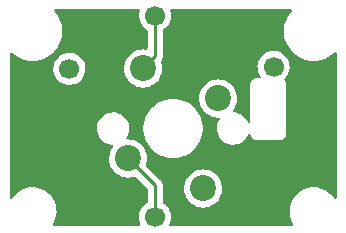
<source format=gbr>
G04 #@! TF.GenerationSoftware,KiCad,Pcbnew,(6.0.1)*
G04 #@! TF.CreationDate,2022-02-17T12:21:18-06:00*
G04 #@! TF.ProjectId,2u Hand Wire Helpers,32752048-616e-4642-9057-697265204865,rev?*
G04 #@! TF.SameCoordinates,Original*
G04 #@! TF.FileFunction,Copper,L1,Top*
G04 #@! TF.FilePolarity,Positive*
%FSLAX46Y46*%
G04 Gerber Fmt 4.6, Leading zero omitted, Abs format (unit mm)*
G04 Created by KiCad (PCBNEW (6.0.1)) date 2022-02-17 12:21:18*
%MOMM*%
%LPD*%
G01*
G04 APERTURE LIST*
G04 #@! TA.AperFunction,ComponentPad*
%ADD10C,1.700000*%
G04 #@! TD*
G04 #@! TA.AperFunction,ComponentPad*
%ADD11C,2.200000*%
G04 #@! TD*
G04 #@! TA.AperFunction,Conductor*
%ADD12C,0.250000*%
G04 #@! TD*
G04 APERTURE END LIST*
D10*
X145398000Y-103634000D03*
X145398000Y-86584000D03*
X138155625Y-91074000D03*
X155441971Y-90914000D03*
D11*
X144399000Y-91059000D03*
X150749000Y-93599000D03*
X149479000Y-101219000D03*
X143129000Y-98679000D03*
D12*
X145415000Y-86151000D02*
X145398000Y-86134000D01*
X145415000Y-102817000D02*
X145398000Y-102834000D01*
X145415000Y-86851000D02*
X145398000Y-86834000D01*
X145415000Y-100965000D02*
X145415000Y-102817000D01*
X145415000Y-102817000D02*
X145415000Y-103917000D01*
X145415000Y-90043000D02*
X144399000Y-91059000D01*
X145415000Y-103917000D02*
X145398000Y-103934000D01*
X145415000Y-89451000D02*
X145415000Y-87401400D01*
X145415000Y-87401400D02*
X145415000Y-86851000D01*
X145415000Y-89451000D02*
X145415000Y-90043000D01*
X145415000Y-89451000D02*
X145398000Y-89434000D01*
X143129000Y-98679000D02*
X145415000Y-100965000D01*
X145415000Y-87401400D02*
X145415000Y-86151000D01*
G04 #@! TA.AperFunction,NonConductor*
G36*
X144050315Y-86028002D02*
G01*
X144096808Y-86081658D01*
X144106912Y-86151932D01*
X144103613Y-86167662D01*
X144058989Y-86328570D01*
X144035251Y-86550695D01*
X144035548Y-86555848D01*
X144035548Y-86555851D01*
X144041011Y-86650590D01*
X144048110Y-86773715D01*
X144049247Y-86778761D01*
X144049248Y-86778767D01*
X144059747Y-86825352D01*
X144097222Y-86991639D01*
X144181266Y-87198616D01*
X144297987Y-87389088D01*
X144444250Y-87557938D01*
X144616126Y-87700632D01*
X144719070Y-87760787D01*
X144767794Y-87812425D01*
X144781500Y-87869575D01*
X144781500Y-89274097D01*
X144778465Y-89301583D01*
X144764137Y-89365682D01*
X144729757Y-89427799D01*
X144667251Y-89461468D01*
X144631288Y-89463808D01*
X144399000Y-89445526D01*
X144146597Y-89465391D01*
X144141790Y-89466545D01*
X144141784Y-89466546D01*
X144011036Y-89497936D01*
X143900409Y-89524495D01*
X143895838Y-89526388D01*
X143895836Y-89526389D01*
X143671072Y-89619489D01*
X143671068Y-89619491D01*
X143666498Y-89621384D01*
X143450624Y-89753672D01*
X143258102Y-89918102D01*
X143093672Y-90110624D01*
X142961384Y-90326498D01*
X142959491Y-90331068D01*
X142959489Y-90331072D01*
X142899996Y-90474702D01*
X142864495Y-90560409D01*
X142863340Y-90565221D01*
X142839696Y-90663707D01*
X142805391Y-90806597D01*
X142785526Y-91059000D01*
X142805391Y-91311403D01*
X142806545Y-91316210D01*
X142806546Y-91316216D01*
X142830457Y-91415811D01*
X142864495Y-91557591D01*
X142866388Y-91562162D01*
X142866389Y-91562164D01*
X142954995Y-91776077D01*
X142961384Y-91791502D01*
X143093672Y-92007376D01*
X143258102Y-92199898D01*
X143450624Y-92364328D01*
X143666498Y-92496616D01*
X143671068Y-92498509D01*
X143671072Y-92498511D01*
X143895836Y-92591611D01*
X143900409Y-92593505D01*
X143985032Y-92613821D01*
X144141784Y-92651454D01*
X144141790Y-92651455D01*
X144146597Y-92652609D01*
X144399000Y-92672474D01*
X144651403Y-92652609D01*
X144656210Y-92651455D01*
X144656216Y-92651454D01*
X144812968Y-92613821D01*
X144897591Y-92593505D01*
X144902164Y-92591611D01*
X145126928Y-92498511D01*
X145126932Y-92498509D01*
X145131502Y-92496616D01*
X145347376Y-92364328D01*
X145539898Y-92199898D01*
X145704328Y-92007376D01*
X145836616Y-91791502D01*
X145843006Y-91776077D01*
X145931611Y-91562164D01*
X145931612Y-91562162D01*
X145933505Y-91557591D01*
X145967543Y-91415811D01*
X145991454Y-91316216D01*
X145991455Y-91316210D01*
X145992609Y-91311403D01*
X146012474Y-91059000D01*
X145992609Y-90806597D01*
X145958305Y-90663707D01*
X145934660Y-90565221D01*
X145933505Y-90560409D01*
X145921881Y-90532345D01*
X145914293Y-90461755D01*
X145932596Y-90418875D01*
X145931587Y-90418320D01*
X145941348Y-90400566D01*
X145952199Y-90384047D01*
X145959758Y-90374301D01*
X145964614Y-90368041D01*
X145967759Y-90360772D01*
X145967762Y-90360768D01*
X145982174Y-90327463D01*
X145987391Y-90316813D01*
X146008695Y-90278060D01*
X146013733Y-90258437D01*
X146020137Y-90239734D01*
X146025033Y-90228420D01*
X146025033Y-90228419D01*
X146028181Y-90221145D01*
X146029420Y-90213322D01*
X146029423Y-90213312D01*
X146035099Y-90177476D01*
X146037505Y-90165856D01*
X146046528Y-90130711D01*
X146046528Y-90130710D01*
X146048500Y-90123030D01*
X146048500Y-90102776D01*
X146050051Y-90083065D01*
X146051980Y-90070886D01*
X146053220Y-90063057D01*
X146049059Y-90019038D01*
X146048500Y-90007181D01*
X146048500Y-89529768D01*
X146049027Y-89518585D01*
X146050702Y-89511092D01*
X146049254Y-89465003D01*
X146048562Y-89443002D01*
X146048500Y-89439044D01*
X146048500Y-87853667D01*
X146068502Y-87785546D01*
X146101331Y-87751089D01*
X146277860Y-87625173D01*
X146436096Y-87467489D01*
X146495594Y-87384689D01*
X146563435Y-87290277D01*
X146566453Y-87286077D01*
X146665430Y-87085811D01*
X146730370Y-86872069D01*
X146759529Y-86650590D01*
X146761156Y-86584000D01*
X146742852Y-86361361D01*
X146693453Y-86164695D01*
X146696257Y-86093754D01*
X146736970Y-86035591D01*
X146802665Y-86008672D01*
X146815657Y-86008000D01*
X156882435Y-86008000D01*
X156950556Y-86028002D01*
X156997049Y-86081658D01*
X157007153Y-86151932D01*
X156974285Y-86220253D01*
X156902346Y-86296860D01*
X156716816Y-86552221D01*
X156714909Y-86555690D01*
X156714907Y-86555693D01*
X156566660Y-86825352D01*
X156564753Y-86828821D01*
X156563300Y-86832490D01*
X156563298Y-86832495D01*
X156498394Y-86996425D01*
X156448557Y-87122298D01*
X156370060Y-87428025D01*
X156330500Y-87741179D01*
X156330500Y-88056821D01*
X156370060Y-88369975D01*
X156448557Y-88675702D01*
X156564753Y-88969179D01*
X156716816Y-89245779D01*
X156902346Y-89501140D01*
X157063862Y-89673137D01*
X157105804Y-89717800D01*
X157118418Y-89731233D01*
X157361625Y-89932432D01*
X157628131Y-90101562D01*
X157631710Y-90103246D01*
X157631717Y-90103250D01*
X157910144Y-90234267D01*
X157910148Y-90234269D01*
X157913734Y-90235956D01*
X157917506Y-90237182D01*
X157917507Y-90237182D01*
X157946545Y-90246617D01*
X158213928Y-90333495D01*
X158523980Y-90392641D01*
X158760162Y-90407500D01*
X158917838Y-90407500D01*
X159154020Y-90392641D01*
X159464072Y-90333495D01*
X159731455Y-90246617D01*
X159760493Y-90237182D01*
X159760494Y-90237182D01*
X159764266Y-90235956D01*
X159767852Y-90234269D01*
X159767856Y-90234267D01*
X160046283Y-90103250D01*
X160046290Y-90103246D01*
X160049869Y-90101562D01*
X160316375Y-89932432D01*
X160559582Y-89731233D01*
X160567000Y-89723334D01*
X160574151Y-89715719D01*
X160635364Y-89679754D01*
X160706304Y-89682593D01*
X160764448Y-89723334D01*
X160791335Y-89789042D01*
X160792000Y-89801973D01*
X160792000Y-101985823D01*
X160771998Y-102053944D01*
X160718342Y-102100437D01*
X160648068Y-102110541D01*
X160583488Y-102081047D01*
X160561541Y-102056281D01*
X160522975Y-101999104D01*
X160445333Y-101883995D01*
X160255037Y-101672650D01*
X160037180Y-101489846D01*
X159796002Y-101339141D01*
X159536196Y-101223469D01*
X159262821Y-101145079D01*
X159258467Y-101144467D01*
X159258462Y-101144466D01*
X159084833Y-101120065D01*
X158981196Y-101105500D01*
X158767982Y-101105500D01*
X158765796Y-101105653D01*
X158765792Y-101105653D01*
X158559685Y-101120065D01*
X158559680Y-101120066D01*
X158555300Y-101120372D01*
X158277123Y-101179501D01*
X158272994Y-101181004D01*
X158272990Y-101181005D01*
X158014026Y-101275260D01*
X158014022Y-101275262D01*
X158009881Y-101276769D01*
X158005991Y-101278837D01*
X158005985Y-101278840D01*
X157762670Y-101408213D01*
X157762664Y-101408217D01*
X157758778Y-101410283D01*
X157755218Y-101412870D01*
X157755214Y-101412872D01*
X157532262Y-101574855D01*
X157528699Y-101577444D01*
X157525535Y-101580500D01*
X157525532Y-101580502D01*
X157327290Y-101771943D01*
X157327286Y-101771947D01*
X157324125Y-101775000D01*
X157149035Y-101999104D01*
X157117373Y-102053944D01*
X157077089Y-102123719D01*
X157006839Y-102245395D01*
X157005189Y-102249479D01*
X157005186Y-102249485D01*
X156938329Y-102414963D01*
X156900304Y-102509079D01*
X156899240Y-102513348D01*
X156899239Y-102513350D01*
X156868397Y-102637051D01*
X156831503Y-102785024D01*
X156831044Y-102789392D01*
X156831043Y-102789397D01*
X156813041Y-102960680D01*
X156801776Y-103067859D01*
X156801929Y-103072247D01*
X156801929Y-103072253D01*
X156806745Y-103210141D01*
X156811701Y-103352078D01*
X156812463Y-103356401D01*
X156812464Y-103356408D01*
X156816372Y-103378570D01*
X156861085Y-103632150D01*
X156862440Y-103636321D01*
X156862442Y-103636328D01*
X156908000Y-103776540D01*
X156948967Y-103902623D01*
X156950895Y-103906576D01*
X156950897Y-103906581D01*
X157006793Y-104021184D01*
X157073637Y-104158233D01*
X157076096Y-104161878D01*
X157098802Y-104195542D01*
X157120312Y-104263202D01*
X157101828Y-104331750D01*
X157049218Y-104379423D01*
X156994343Y-104392000D01*
X146741635Y-104392000D01*
X146673514Y-104371998D01*
X146627021Y-104318342D01*
X146616917Y-104248068D01*
X146628678Y-104210173D01*
X146654348Y-104158233D01*
X146665430Y-104135811D01*
X146730370Y-103922069D01*
X146759529Y-103700590D01*
X146761156Y-103634000D01*
X146742852Y-103411361D01*
X146688431Y-103194702D01*
X146599354Y-102989840D01*
X146555202Y-102921592D01*
X146480822Y-102806617D01*
X146480820Y-102806614D01*
X146478014Y-102802277D01*
X146327670Y-102637051D01*
X146323619Y-102633852D01*
X146323615Y-102633848D01*
X146156414Y-102501800D01*
X146156410Y-102501798D01*
X146152359Y-102498598D01*
X146113607Y-102477206D01*
X146063636Y-102426773D01*
X146048500Y-102366897D01*
X146048500Y-101219000D01*
X147865526Y-101219000D01*
X147885391Y-101471403D01*
X147886545Y-101476210D01*
X147886546Y-101476216D01*
X147910227Y-101574855D01*
X147944495Y-101717591D01*
X147946388Y-101722162D01*
X147946389Y-101722164D01*
X148013422Y-101883995D01*
X148041384Y-101951502D01*
X148173672Y-102167376D01*
X148338102Y-102359898D01*
X148341858Y-102363106D01*
X148361130Y-102379566D01*
X148530624Y-102524328D01*
X148746498Y-102656616D01*
X148751068Y-102658509D01*
X148751072Y-102658511D01*
X148975836Y-102751611D01*
X148980409Y-102753505D01*
X149059117Y-102772401D01*
X149221784Y-102811454D01*
X149221790Y-102811455D01*
X149226597Y-102812609D01*
X149479000Y-102832474D01*
X149731403Y-102812609D01*
X149736210Y-102811455D01*
X149736216Y-102811454D01*
X149898883Y-102772401D01*
X149977591Y-102753505D01*
X149982164Y-102751611D01*
X150206928Y-102658511D01*
X150206932Y-102658509D01*
X150211502Y-102656616D01*
X150427376Y-102524328D01*
X150596870Y-102379566D01*
X150616142Y-102363106D01*
X150619898Y-102359898D01*
X150784328Y-102167376D01*
X150916616Y-101951502D01*
X150944579Y-101883995D01*
X151011611Y-101722164D01*
X151011612Y-101722162D01*
X151013505Y-101717591D01*
X151047773Y-101574855D01*
X151071454Y-101476216D01*
X151071455Y-101476210D01*
X151072609Y-101471403D01*
X151092474Y-101219000D01*
X151072609Y-100966597D01*
X151070309Y-100957014D01*
X151032333Y-100798832D01*
X151013505Y-100720409D01*
X150984742Y-100650968D01*
X150918511Y-100491072D01*
X150918509Y-100491068D01*
X150916616Y-100486498D01*
X150784328Y-100270624D01*
X150619898Y-100078102D01*
X150427376Y-99913672D01*
X150211502Y-99781384D01*
X150206932Y-99779491D01*
X150206928Y-99779489D01*
X149982164Y-99686389D01*
X149982162Y-99686388D01*
X149977591Y-99684495D01*
X149892968Y-99664179D01*
X149736216Y-99626546D01*
X149736210Y-99626545D01*
X149731403Y-99625391D01*
X149479000Y-99605526D01*
X149226597Y-99625391D01*
X149221790Y-99626545D01*
X149221784Y-99626546D01*
X149065032Y-99664179D01*
X148980409Y-99684495D01*
X148975838Y-99686388D01*
X148975836Y-99686389D01*
X148751072Y-99779489D01*
X148751068Y-99779491D01*
X148746498Y-99781384D01*
X148530624Y-99913672D01*
X148338102Y-100078102D01*
X148173672Y-100270624D01*
X148041384Y-100486498D01*
X148039491Y-100491068D01*
X148039489Y-100491072D01*
X147973258Y-100650968D01*
X147944495Y-100720409D01*
X147925667Y-100798832D01*
X147887692Y-100957014D01*
X147885391Y-100966597D01*
X147865526Y-101219000D01*
X146048500Y-101219000D01*
X146048500Y-101043767D01*
X146049027Y-101032584D01*
X146050702Y-101025091D01*
X146048562Y-100957014D01*
X146048500Y-100953055D01*
X146048500Y-100925144D01*
X146047995Y-100921144D01*
X146047062Y-100909301D01*
X146045922Y-100873029D01*
X146045673Y-100865110D01*
X146040022Y-100845658D01*
X146036014Y-100826306D01*
X146034467Y-100814063D01*
X146033474Y-100806203D01*
X146030556Y-100798832D01*
X146017200Y-100765097D01*
X146013355Y-100753870D01*
X146003633Y-100720409D01*
X146001018Y-100711407D01*
X145996984Y-100704585D01*
X145996981Y-100704579D01*
X145990706Y-100693968D01*
X145982010Y-100676218D01*
X145977472Y-100664756D01*
X145977469Y-100664751D01*
X145974552Y-100657383D01*
X145948573Y-100621625D01*
X145942057Y-100611707D01*
X145923575Y-100580457D01*
X145919542Y-100573637D01*
X145905218Y-100559313D01*
X145892376Y-100544278D01*
X145880472Y-100527893D01*
X145846406Y-100499711D01*
X145837627Y-100491722D01*
X144682030Y-99336125D01*
X144648004Y-99273813D01*
X144654715Y-99198815D01*
X144661612Y-99182163D01*
X144661615Y-99182154D01*
X144663505Y-99177591D01*
X144722609Y-98931403D01*
X144742474Y-98679000D01*
X144722609Y-98426597D01*
X144702600Y-98343250D01*
X144664660Y-98185221D01*
X144663505Y-98180409D01*
X144661611Y-98175836D01*
X144568511Y-97951072D01*
X144568509Y-97951068D01*
X144566616Y-97946498D01*
X144434328Y-97730624D01*
X144269898Y-97538102D01*
X144077376Y-97373672D01*
X143861502Y-97241384D01*
X143856932Y-97239491D01*
X143856928Y-97239489D01*
X143632164Y-97146389D01*
X143632162Y-97146388D01*
X143627591Y-97144495D01*
X143542968Y-97124179D01*
X143386216Y-97086546D01*
X143386210Y-97086545D01*
X143381403Y-97085391D01*
X143129000Y-97065526D01*
X143124070Y-97065914D01*
X143124065Y-97065914D01*
X143122985Y-97065999D01*
X143122580Y-97065914D01*
X143119114Y-97065914D01*
X143119114Y-97065186D01*
X143053505Y-97051401D01*
X143002947Y-97001558D01*
X142987362Y-96932293D01*
X143012012Y-96865175D01*
X143017754Y-96857458D01*
X143025713Y-96841805D01*
X143102176Y-96691412D01*
X143122240Y-96651949D01*
X143125685Y-96640856D01*
X143189024Y-96436871D01*
X143190607Y-96431773D01*
X143191308Y-96426484D01*
X143208493Y-96296821D01*
X144430500Y-96296821D01*
X144470060Y-96609975D01*
X144548557Y-96915702D01*
X144550010Y-96919371D01*
X144550010Y-96919372D01*
X144660279Y-97197878D01*
X144664753Y-97209179D01*
X144666659Y-97212647D01*
X144666660Y-97212648D01*
X144800603Y-97456287D01*
X144816816Y-97485779D01*
X145002346Y-97741140D01*
X145181577Y-97932001D01*
X145199486Y-97951072D01*
X145218418Y-97971233D01*
X145461625Y-98172432D01*
X145728131Y-98341562D01*
X145731710Y-98343246D01*
X145731717Y-98343250D01*
X146010144Y-98474267D01*
X146010148Y-98474269D01*
X146013734Y-98475956D01*
X146313928Y-98573495D01*
X146623980Y-98632641D01*
X146860162Y-98647500D01*
X147017838Y-98647500D01*
X147254020Y-98632641D01*
X147564072Y-98573495D01*
X147864266Y-98475956D01*
X147867852Y-98474269D01*
X147867856Y-98474267D01*
X148146283Y-98343250D01*
X148146290Y-98343246D01*
X148149869Y-98341562D01*
X148416375Y-98172432D01*
X148659582Y-97971233D01*
X148678515Y-97951072D01*
X148696423Y-97932001D01*
X148875654Y-97741140D01*
X149061184Y-97485779D01*
X149077398Y-97456287D01*
X149211340Y-97212648D01*
X149211341Y-97212647D01*
X149213247Y-97209179D01*
X149217722Y-97197878D01*
X149327990Y-96919372D01*
X149327990Y-96919371D01*
X149329443Y-96915702D01*
X149407940Y-96609975D01*
X149447500Y-96296821D01*
X149447500Y-95981179D01*
X149407940Y-95668025D01*
X149329443Y-95362298D01*
X149279270Y-95235576D01*
X149214702Y-95072495D01*
X149214700Y-95072490D01*
X149213247Y-95068821D01*
X149195542Y-95036616D01*
X149063093Y-94795693D01*
X149063091Y-94795690D01*
X149061184Y-94792221D01*
X148875654Y-94536860D01*
X148682810Y-94331502D01*
X148662297Y-94309658D01*
X148662296Y-94309657D01*
X148659582Y-94306767D01*
X148416375Y-94105568D01*
X148149869Y-93936438D01*
X148146290Y-93934754D01*
X148146283Y-93934750D01*
X147867856Y-93803733D01*
X147867852Y-93803731D01*
X147864266Y-93802044D01*
X147564072Y-93704505D01*
X147254020Y-93645359D01*
X147017838Y-93630500D01*
X146860162Y-93630500D01*
X146623980Y-93645359D01*
X146313928Y-93704505D01*
X146013734Y-93802044D01*
X146010148Y-93803731D01*
X146010144Y-93803733D01*
X145731717Y-93934750D01*
X145731710Y-93934754D01*
X145728131Y-93936438D01*
X145461625Y-94105568D01*
X145218418Y-94306767D01*
X145215704Y-94309657D01*
X145215703Y-94309658D01*
X145195190Y-94331502D01*
X145002346Y-94536860D01*
X144816816Y-94792221D01*
X144814909Y-94795690D01*
X144814907Y-94795693D01*
X144682458Y-95036616D01*
X144664753Y-95068821D01*
X144663300Y-95072490D01*
X144663298Y-95072495D01*
X144598730Y-95235576D01*
X144548557Y-95362298D01*
X144470060Y-95668025D01*
X144430500Y-95981179D01*
X144430500Y-96296821D01*
X143208493Y-96296821D01*
X143220198Y-96208511D01*
X143220198Y-96208506D01*
X143220898Y-96203226D01*
X143212249Y-95972842D01*
X143164907Y-95747209D01*
X143080224Y-95532779D01*
X142960623Y-95335683D01*
X142957126Y-95331653D01*
X142813023Y-95165588D01*
X142813021Y-95165586D01*
X142809523Y-95161555D01*
X142767970Y-95127484D01*
X142635373Y-95018760D01*
X142635367Y-95018756D01*
X142631245Y-95015376D01*
X142626609Y-95012737D01*
X142626606Y-95012735D01*
X142440697Y-94906910D01*
X142430886Y-94901325D01*
X142214175Y-94822663D01*
X142208926Y-94821714D01*
X142208923Y-94821713D01*
X141991392Y-94782377D01*
X141991385Y-94782376D01*
X141987308Y-94781639D01*
X141969586Y-94780803D01*
X141964644Y-94780570D01*
X141964637Y-94780570D01*
X141963156Y-94780500D01*
X141801110Y-94780500D01*
X141734191Y-94786178D01*
X141634591Y-94794629D01*
X141634587Y-94794630D01*
X141629280Y-94795080D01*
X141624125Y-94796418D01*
X141624119Y-94796419D01*
X141411297Y-94851657D01*
X141411293Y-94851658D01*
X141406128Y-94852999D01*
X141401262Y-94855191D01*
X141401259Y-94855192D01*
X141292980Y-94903968D01*
X141195925Y-94947688D01*
X141004681Y-95076441D01*
X140837865Y-95235576D01*
X140700246Y-95420542D01*
X140595760Y-95626051D01*
X140594178Y-95631145D01*
X140594177Y-95631148D01*
X140532115Y-95831020D01*
X140527393Y-95846227D01*
X140526692Y-95851516D01*
X140511304Y-95967623D01*
X140497102Y-96074774D01*
X140505751Y-96305158D01*
X140553093Y-96530791D01*
X140555051Y-96535750D01*
X140555052Y-96535752D01*
X140633800Y-96735152D01*
X140637776Y-96745221D01*
X140640543Y-96749780D01*
X140640544Y-96749783D01*
X140705883Y-96857458D01*
X140757377Y-96942317D01*
X140760874Y-96946347D01*
X140901151Y-97108002D01*
X140908477Y-97116445D01*
X140912608Y-97119832D01*
X141082627Y-97259240D01*
X141082633Y-97259244D01*
X141086755Y-97262624D01*
X141091391Y-97265263D01*
X141091394Y-97265265D01*
X141200422Y-97327327D01*
X141287114Y-97376675D01*
X141503825Y-97455337D01*
X141509074Y-97456286D01*
X141509077Y-97456287D01*
X141726608Y-97495623D01*
X141726615Y-97495624D01*
X141730692Y-97496361D01*
X141754844Y-97497500D01*
X141754815Y-97498117D01*
X141820232Y-97519055D01*
X141865415Y-97573818D01*
X141873818Y-97644316D01*
X141845381Y-97705206D01*
X141823672Y-97730624D01*
X141691384Y-97946498D01*
X141689491Y-97951068D01*
X141689489Y-97951072D01*
X141596389Y-98175836D01*
X141594495Y-98180409D01*
X141593340Y-98185221D01*
X141555401Y-98343250D01*
X141535391Y-98426597D01*
X141515526Y-98679000D01*
X141535391Y-98931403D01*
X141594495Y-99177591D01*
X141596388Y-99182162D01*
X141596389Y-99182164D01*
X141635503Y-99276592D01*
X141691384Y-99411502D01*
X141823672Y-99627376D01*
X141988102Y-99819898D01*
X142180624Y-99984328D01*
X142396498Y-100116616D01*
X142401068Y-100118509D01*
X142401072Y-100118511D01*
X142609188Y-100204715D01*
X142630409Y-100213505D01*
X142707568Y-100232029D01*
X142871784Y-100271454D01*
X142871790Y-100271455D01*
X142876597Y-100272609D01*
X143129000Y-100292474D01*
X143381403Y-100272609D01*
X143386210Y-100271455D01*
X143386216Y-100271454D01*
X143550432Y-100232029D01*
X143627591Y-100213505D01*
X143648812Y-100204715D01*
X143719402Y-100197126D01*
X143786125Y-100232029D01*
X144744595Y-101190499D01*
X144778621Y-101252811D01*
X144781500Y-101279594D01*
X144781500Y-102346842D01*
X144761498Y-102414963D01*
X144713682Y-102458604D01*
X144671607Y-102480507D01*
X144492965Y-102614635D01*
X144489393Y-102618373D01*
X144360258Y-102753505D01*
X144338629Y-102776138D01*
X144212743Y-102960680D01*
X144118688Y-103163305D01*
X144058989Y-103378570D01*
X144035251Y-103600695D01*
X144035548Y-103605848D01*
X144035548Y-103605851D01*
X144041011Y-103700590D01*
X144048110Y-103823715D01*
X144049247Y-103828761D01*
X144049248Y-103828767D01*
X144064949Y-103898434D01*
X144097222Y-104041639D01*
X144142961Y-104154281D01*
X144169076Y-104218596D01*
X144176172Y-104289237D01*
X144143950Y-104352501D01*
X144082640Y-104388301D01*
X144052333Y-104392000D01*
X136881903Y-104392000D01*
X136813782Y-104371998D01*
X136767289Y-104318342D01*
X136757185Y-104248068D01*
X136772784Y-104203000D01*
X136868956Y-104036425D01*
X136868959Y-104036420D01*
X136871161Y-104032605D01*
X136872811Y-104028521D01*
X136872814Y-104028515D01*
X136976047Y-103773002D01*
X136977696Y-103768921D01*
X137046497Y-103492976D01*
X137058522Y-103378570D01*
X137075765Y-103214510D01*
X137075765Y-103214507D01*
X137076224Y-103210141D01*
X137076071Y-103205747D01*
X137066453Y-102930319D01*
X137066452Y-102930313D01*
X137066299Y-102925922D01*
X137049754Y-102832086D01*
X137017677Y-102650173D01*
X137016915Y-102645850D01*
X137015560Y-102641679D01*
X137015558Y-102641672D01*
X136930394Y-102379566D01*
X136929033Y-102375377D01*
X136921484Y-102359898D01*
X136829417Y-102171135D01*
X136804363Y-102119767D01*
X136801908Y-102116128D01*
X136801905Y-102116122D01*
X136647792Y-101887641D01*
X136645333Y-101883995D01*
X136455037Y-101672650D01*
X136237180Y-101489846D01*
X135996002Y-101339141D01*
X135736196Y-101223469D01*
X135462821Y-101145079D01*
X135458467Y-101144467D01*
X135458462Y-101144466D01*
X135284833Y-101120065D01*
X135181196Y-101105500D01*
X134967982Y-101105500D01*
X134965796Y-101105653D01*
X134965792Y-101105653D01*
X134759685Y-101120065D01*
X134759680Y-101120066D01*
X134755300Y-101120372D01*
X134477123Y-101179501D01*
X134472994Y-101181004D01*
X134472990Y-101181005D01*
X134214026Y-101275260D01*
X134214022Y-101275262D01*
X134209881Y-101276769D01*
X134205991Y-101278837D01*
X134205985Y-101278840D01*
X133962670Y-101408213D01*
X133962664Y-101408217D01*
X133958778Y-101410283D01*
X133955218Y-101412870D01*
X133955214Y-101412872D01*
X133732262Y-101574855D01*
X133728699Y-101577444D01*
X133725535Y-101580500D01*
X133725532Y-101580502D01*
X133527290Y-101771943D01*
X133527286Y-101771947D01*
X133524125Y-101775000D01*
X133349035Y-101999104D01*
X133343119Y-102009351D01*
X133291737Y-102058344D01*
X133222024Y-102071781D01*
X133156113Y-102045394D01*
X133114930Y-101987563D01*
X133108000Y-101946351D01*
X133108000Y-93599000D01*
X149135526Y-93599000D01*
X149155391Y-93851403D01*
X149156545Y-93856210D01*
X149156546Y-93856216D01*
X149175806Y-93936438D01*
X149214495Y-94097591D01*
X149216388Y-94102162D01*
X149216389Y-94102164D01*
X149300093Y-94304242D01*
X149311384Y-94331502D01*
X149443672Y-94547376D01*
X149608102Y-94739898D01*
X149800624Y-94904328D01*
X150016498Y-95036616D01*
X150021068Y-95038509D01*
X150021072Y-95038511D01*
X150245836Y-95131611D01*
X150250409Y-95133505D01*
X150335032Y-95153821D01*
X150491784Y-95191454D01*
X150491790Y-95191455D01*
X150496597Y-95192609D01*
X150749000Y-95212474D01*
X150753930Y-95212086D01*
X150753935Y-95212086D01*
X150755015Y-95212001D01*
X150755420Y-95212086D01*
X150758886Y-95212086D01*
X150758886Y-95212814D01*
X150824495Y-95226599D01*
X150875053Y-95276442D01*
X150890638Y-95345707D01*
X150865988Y-95412825D01*
X150860246Y-95420542D01*
X150755760Y-95626051D01*
X150754178Y-95631145D01*
X150754177Y-95631148D01*
X150692115Y-95831020D01*
X150687393Y-95846227D01*
X150686692Y-95851516D01*
X150671304Y-95967623D01*
X150657102Y-96074774D01*
X150665751Y-96305158D01*
X150713093Y-96530791D01*
X150715051Y-96535750D01*
X150715052Y-96535752D01*
X150793800Y-96735152D01*
X150797776Y-96745221D01*
X150800543Y-96749780D01*
X150800544Y-96749783D01*
X150865883Y-96857458D01*
X150917377Y-96942317D01*
X150920874Y-96946347D01*
X151061151Y-97108002D01*
X151068477Y-97116445D01*
X151072608Y-97119832D01*
X151242627Y-97259240D01*
X151242633Y-97259244D01*
X151246755Y-97262624D01*
X151251391Y-97265263D01*
X151251394Y-97265265D01*
X151360422Y-97327327D01*
X151447114Y-97376675D01*
X151663825Y-97455337D01*
X151669074Y-97456286D01*
X151669077Y-97456287D01*
X151886608Y-97495623D01*
X151886615Y-97495624D01*
X151890692Y-97496361D01*
X151908414Y-97497197D01*
X151913356Y-97497430D01*
X151913363Y-97497430D01*
X151914844Y-97497500D01*
X152076890Y-97497500D01*
X152143809Y-97491822D01*
X152243409Y-97483371D01*
X152243413Y-97483370D01*
X152248720Y-97482920D01*
X152253875Y-97481582D01*
X152253881Y-97481581D01*
X152466703Y-97426343D01*
X152466707Y-97426342D01*
X152471872Y-97425001D01*
X152476738Y-97422809D01*
X152476741Y-97422808D01*
X152677202Y-97332507D01*
X152682075Y-97330312D01*
X152873319Y-97201559D01*
X153040135Y-97042424D01*
X153083521Y-96984112D01*
X153149131Y-96895929D01*
X153177754Y-96857458D01*
X153185713Y-96841805D01*
X153267065Y-96681796D01*
X153315768Y-96630138D01*
X153384668Y-96613011D01*
X153451890Y-96635853D01*
X153496091Y-96691412D01*
X153504109Y-96721037D01*
X153506131Y-96735152D01*
X153507405Y-96744045D01*
X153518021Y-96767395D01*
X153524464Y-96784907D01*
X153531512Y-96809565D01*
X153547274Y-96834548D01*
X153555404Y-96849614D01*
X153567633Y-96876510D01*
X153584374Y-96895939D01*
X153595479Y-96910947D01*
X153609160Y-96932631D01*
X153615888Y-96938573D01*
X153631296Y-96952181D01*
X153643340Y-96964373D01*
X153662619Y-96986747D01*
X153670147Y-96991626D01*
X153670150Y-96991629D01*
X153684139Y-97000696D01*
X153699013Y-97011986D01*
X153718228Y-97028956D01*
X153726354Y-97032771D01*
X153726355Y-97032772D01*
X153732021Y-97035432D01*
X153744966Y-97041510D01*
X153759935Y-97049824D01*
X153784727Y-97065893D01*
X153801650Y-97070954D01*
X153809290Y-97073239D01*
X153826736Y-97079901D01*
X153849948Y-97090799D01*
X153879130Y-97095343D01*
X153895849Y-97099126D01*
X153915536Y-97105014D01*
X153915539Y-97105015D01*
X153924141Y-97107587D01*
X153933116Y-97107642D01*
X153933117Y-97107642D01*
X153939810Y-97107683D01*
X153958556Y-97107797D01*
X153959328Y-97107830D01*
X153960423Y-97108000D01*
X153991298Y-97108000D01*
X153992068Y-97108002D01*
X154065716Y-97108452D01*
X154065717Y-97108452D01*
X154069652Y-97108476D01*
X154070996Y-97108092D01*
X154072341Y-97108000D01*
X155991298Y-97108000D01*
X155992069Y-97108002D01*
X156069652Y-97108476D01*
X156078281Y-97106010D01*
X156078286Y-97106009D01*
X156098048Y-97100361D01*
X156114809Y-97096783D01*
X156135152Y-97093870D01*
X156135162Y-97093867D01*
X156144045Y-97092595D01*
X156167395Y-97081979D01*
X156184907Y-97075536D01*
X156200937Y-97070954D01*
X156209565Y-97068488D01*
X156234548Y-97052726D01*
X156249614Y-97044596D01*
X156276510Y-97032367D01*
X156295939Y-97015626D01*
X156310947Y-97004521D01*
X156325039Y-96995630D01*
X156332631Y-96990840D01*
X156352182Y-96968703D01*
X156364374Y-96956659D01*
X156379949Y-96943239D01*
X156379950Y-96943237D01*
X156386747Y-96937381D01*
X156391626Y-96929853D01*
X156391629Y-96929850D01*
X156400696Y-96915861D01*
X156411986Y-96900987D01*
X156423012Y-96888502D01*
X156428956Y-96881772D01*
X156441510Y-96855034D01*
X156449824Y-96840065D01*
X156465893Y-96815273D01*
X156473239Y-96790709D01*
X156479901Y-96773264D01*
X156486983Y-96758179D01*
X156490799Y-96750052D01*
X156495343Y-96720870D01*
X156499126Y-96704151D01*
X156505014Y-96684464D01*
X156505015Y-96684461D01*
X156507587Y-96675859D01*
X156507797Y-96641444D01*
X156507830Y-96640672D01*
X156508000Y-96639577D01*
X156508000Y-96608702D01*
X156508002Y-96607932D01*
X156508452Y-96534284D01*
X156508452Y-96534283D01*
X156508476Y-96530348D01*
X156508092Y-96529004D01*
X156508000Y-96527659D01*
X156508000Y-92408702D01*
X156508002Y-92407932D01*
X156508304Y-92358546D01*
X156508476Y-92330348D01*
X156506010Y-92321719D01*
X156506009Y-92321714D01*
X156500361Y-92301952D01*
X156496783Y-92285191D01*
X156493870Y-92264848D01*
X156493867Y-92264838D01*
X156492595Y-92255955D01*
X156481979Y-92232605D01*
X156475536Y-92215093D01*
X156470954Y-92199063D01*
X156468488Y-92190435D01*
X156452726Y-92165452D01*
X156444596Y-92150386D01*
X156432367Y-92123490D01*
X156415626Y-92104061D01*
X156404521Y-92089053D01*
X156395630Y-92074960D01*
X156395628Y-92074957D01*
X156390840Y-92067369D01*
X156384112Y-92061427D01*
X156382089Y-92059050D01*
X156353171Y-91994210D01*
X156363899Y-91924028D01*
X156389103Y-91888136D01*
X156476406Y-91801137D01*
X156480067Y-91797489D01*
X156498787Y-91771438D01*
X156607406Y-91620277D01*
X156610424Y-91616077D01*
X156628031Y-91580453D01*
X156707107Y-91420453D01*
X156707108Y-91420451D01*
X156709401Y-91415811D01*
X156754077Y-91268767D01*
X156772836Y-91207023D01*
X156772836Y-91207021D01*
X156774341Y-91202069D01*
X156803500Y-90980590D01*
X156805127Y-90914000D01*
X156786823Y-90691361D01*
X156732402Y-90474702D01*
X156643325Y-90269840D01*
X156576055Y-90165856D01*
X156524793Y-90086617D01*
X156524791Y-90086614D01*
X156521985Y-90082277D01*
X156371641Y-89917051D01*
X156367590Y-89913852D01*
X156367586Y-89913848D01*
X156200385Y-89781800D01*
X156200381Y-89781798D01*
X156196330Y-89778598D01*
X156000760Y-89670638D01*
X155995891Y-89668914D01*
X155995887Y-89668912D01*
X155795058Y-89597795D01*
X155795054Y-89597794D01*
X155790183Y-89596069D01*
X155785090Y-89595162D01*
X155785087Y-89595161D01*
X155575344Y-89557800D01*
X155575338Y-89557799D01*
X155570255Y-89556894D01*
X155496423Y-89555992D01*
X155352052Y-89554228D01*
X155352050Y-89554228D01*
X155346882Y-89554165D01*
X155126062Y-89587955D01*
X154913727Y-89657357D01*
X154883414Y-89673137D01*
X154720788Y-89757795D01*
X154715578Y-89760507D01*
X154711445Y-89763610D01*
X154711442Y-89763612D01*
X154541071Y-89891530D01*
X154536936Y-89894635D01*
X154533364Y-89898373D01*
X154387004Y-90051530D01*
X154382600Y-90056138D01*
X154379686Y-90060410D01*
X154379685Y-90060411D01*
X154342378Y-90115101D01*
X154256714Y-90240680D01*
X154218962Y-90322011D01*
X154174257Y-90418320D01*
X154162659Y-90443305D01*
X154102960Y-90658570D01*
X154079222Y-90880695D01*
X154079519Y-90885848D01*
X154079519Y-90885851D01*
X154089503Y-91059000D01*
X154092081Y-91103715D01*
X154093218Y-91108761D01*
X154093219Y-91108767D01*
X154099636Y-91137240D01*
X154141193Y-91321639D01*
X154225237Y-91528616D01*
X154227936Y-91533020D01*
X154330362Y-91700165D01*
X154348900Y-91768699D01*
X154327443Y-91836376D01*
X154272804Y-91881708D01*
X154222929Y-91892000D01*
X154008702Y-91892000D01*
X154007932Y-91891998D01*
X154007078Y-91891993D01*
X153930348Y-91891524D01*
X153921719Y-91893990D01*
X153921714Y-91893991D01*
X153901952Y-91899639D01*
X153885191Y-91903217D01*
X153864848Y-91906130D01*
X153864838Y-91906133D01*
X153855955Y-91907405D01*
X153832605Y-91918021D01*
X153815093Y-91924464D01*
X153802200Y-91928149D01*
X153790435Y-91931512D01*
X153765452Y-91947274D01*
X153750386Y-91955404D01*
X153723490Y-91967633D01*
X153704061Y-91984374D01*
X153689053Y-91995479D01*
X153667369Y-92009160D01*
X153661427Y-92015888D01*
X153647819Y-92031296D01*
X153635627Y-92043340D01*
X153613253Y-92062619D01*
X153608374Y-92070147D01*
X153608371Y-92070150D01*
X153599304Y-92084139D01*
X153588014Y-92099013D01*
X153571044Y-92118228D01*
X153558490Y-92144966D01*
X153550176Y-92159935D01*
X153534107Y-92184727D01*
X153531535Y-92193327D01*
X153526761Y-92209290D01*
X153520099Y-92226736D01*
X153509201Y-92249948D01*
X153504658Y-92279128D01*
X153500874Y-92295849D01*
X153494986Y-92315536D01*
X153494985Y-92315539D01*
X153492413Y-92324141D01*
X153492358Y-92333116D01*
X153492358Y-92333117D01*
X153492203Y-92358546D01*
X153492170Y-92359328D01*
X153492000Y-92360423D01*
X153492000Y-92391298D01*
X153491998Y-92392068D01*
X153491524Y-92469652D01*
X153491908Y-92470996D01*
X153492000Y-92472341D01*
X153492000Y-95508233D01*
X153471998Y-95576354D01*
X153418342Y-95622847D01*
X153348068Y-95632951D01*
X153283488Y-95603457D01*
X153248808Y-95554515D01*
X153242185Y-95537744D01*
X153242184Y-95537742D01*
X153240224Y-95532779D01*
X153120623Y-95335683D01*
X153117126Y-95331653D01*
X152973023Y-95165588D01*
X152973021Y-95165586D01*
X152969523Y-95161555D01*
X152927970Y-95127484D01*
X152795373Y-95018760D01*
X152795367Y-95018756D01*
X152791245Y-95015376D01*
X152786609Y-95012737D01*
X152786606Y-95012735D01*
X152600697Y-94906910D01*
X152590886Y-94901325D01*
X152374175Y-94822663D01*
X152368926Y-94821714D01*
X152368923Y-94821713D01*
X152151392Y-94782377D01*
X152151385Y-94782376D01*
X152147308Y-94781639D01*
X152123156Y-94780500D01*
X152123185Y-94779883D01*
X152057768Y-94758945D01*
X152012585Y-94704182D01*
X152004182Y-94633684D01*
X152032619Y-94572794D01*
X152054328Y-94547376D01*
X152186616Y-94331502D01*
X152197908Y-94304242D01*
X152281611Y-94102164D01*
X152281612Y-94102162D01*
X152283505Y-94097591D01*
X152322194Y-93936438D01*
X152341454Y-93856216D01*
X152341455Y-93856210D01*
X152342609Y-93851403D01*
X152362474Y-93599000D01*
X152342609Y-93346597D01*
X152283505Y-93100409D01*
X152186616Y-92866498D01*
X152054328Y-92650624D01*
X151889898Y-92458102D01*
X151697376Y-92293672D01*
X151481502Y-92161384D01*
X151476932Y-92159491D01*
X151476928Y-92159489D01*
X151252164Y-92066389D01*
X151252162Y-92066388D01*
X151247591Y-92064495D01*
X151162352Y-92044031D01*
X151006216Y-92006546D01*
X151006210Y-92006545D01*
X151001403Y-92005391D01*
X150749000Y-91985526D01*
X150496597Y-92005391D01*
X150491790Y-92006545D01*
X150491784Y-92006546D01*
X150335648Y-92044031D01*
X150250409Y-92064495D01*
X150245838Y-92066388D01*
X150245836Y-92066389D01*
X150021072Y-92159489D01*
X150021068Y-92159491D01*
X150016498Y-92161384D01*
X149800624Y-92293672D01*
X149608102Y-92458102D01*
X149443672Y-92650624D01*
X149311384Y-92866498D01*
X149214495Y-93100409D01*
X149155391Y-93346597D01*
X149135526Y-93599000D01*
X133108000Y-93599000D01*
X133108000Y-91040695D01*
X136792876Y-91040695D01*
X136793173Y-91045848D01*
X136793173Y-91045851D01*
X136802466Y-91207023D01*
X136805735Y-91263715D01*
X136806872Y-91268761D01*
X136806873Y-91268767D01*
X136826744Y-91356939D01*
X136854847Y-91481639D01*
X136938891Y-91688616D01*
X137055612Y-91879088D01*
X137201875Y-92047938D01*
X137373751Y-92190632D01*
X137566625Y-92303338D01*
X137775317Y-92383030D01*
X137780385Y-92384061D01*
X137780388Y-92384062D01*
X137887642Y-92405883D01*
X137994222Y-92427567D01*
X137999397Y-92427757D01*
X137999399Y-92427757D01*
X138212298Y-92435564D01*
X138212302Y-92435564D01*
X138217462Y-92435753D01*
X138222582Y-92435097D01*
X138222584Y-92435097D01*
X138433913Y-92408025D01*
X138433914Y-92408025D01*
X138439041Y-92407368D01*
X138443991Y-92405883D01*
X138648054Y-92344661D01*
X138648059Y-92344659D01*
X138653009Y-92343174D01*
X138853619Y-92244896D01*
X139035485Y-92115173D01*
X139061697Y-92089053D01*
X139156871Y-91994210D01*
X139193721Y-91957489D01*
X139253219Y-91874689D01*
X139321060Y-91780277D01*
X139324078Y-91776077D01*
X139327725Y-91768699D01*
X139420761Y-91580453D01*
X139420762Y-91580451D01*
X139423055Y-91575811D01*
X139487995Y-91362069D01*
X139517154Y-91140590D01*
X139518781Y-91074000D01*
X139500477Y-90851361D01*
X139446056Y-90634702D01*
X139356979Y-90429840D01*
X139287221Y-90322011D01*
X139238447Y-90246617D01*
X139238445Y-90246614D01*
X139235639Y-90242277D01*
X139085295Y-90077051D01*
X139081244Y-90073852D01*
X139081240Y-90073848D01*
X138914039Y-89941800D01*
X138914035Y-89941798D01*
X138909984Y-89938598D01*
X138898815Y-89932432D01*
X138824720Y-89891530D01*
X138714414Y-89830638D01*
X138709545Y-89828914D01*
X138709541Y-89828912D01*
X138508712Y-89757795D01*
X138508708Y-89757794D01*
X138503837Y-89756069D01*
X138498744Y-89755162D01*
X138498741Y-89755161D01*
X138288998Y-89717800D01*
X138288992Y-89717799D01*
X138283909Y-89716894D01*
X138210077Y-89715992D01*
X138065706Y-89714228D01*
X138065704Y-89714228D01*
X138060536Y-89714165D01*
X137839716Y-89747955D01*
X137627381Y-89817357D01*
X137597068Y-89833137D01*
X137478932Y-89894635D01*
X137429232Y-89920507D01*
X137425099Y-89923610D01*
X137425096Y-89923612D01*
X137305876Y-90013125D01*
X137250590Y-90054635D01*
X137096254Y-90216138D01*
X137093340Y-90220410D01*
X137093339Y-90220411D01*
X137020313Y-90327463D01*
X136970368Y-90400680D01*
X136942018Y-90461755D01*
X136896225Y-90560409D01*
X136876313Y-90603305D01*
X136816614Y-90818570D01*
X136792876Y-91040695D01*
X133108000Y-91040695D01*
X133108000Y-89824466D01*
X133128002Y-89756345D01*
X133181658Y-89709852D01*
X133251932Y-89699748D01*
X133318122Y-89731591D01*
X133318418Y-89731233D01*
X133321456Y-89733746D01*
X133321461Y-89733751D01*
X133441598Y-89833137D01*
X133561625Y-89932432D01*
X133828131Y-90101562D01*
X133831710Y-90103246D01*
X133831717Y-90103250D01*
X134110144Y-90234267D01*
X134110148Y-90234269D01*
X134113734Y-90235956D01*
X134117506Y-90237182D01*
X134117507Y-90237182D01*
X134146545Y-90246617D01*
X134413928Y-90333495D01*
X134723980Y-90392641D01*
X134960162Y-90407500D01*
X135117838Y-90407500D01*
X135354020Y-90392641D01*
X135664072Y-90333495D01*
X135931455Y-90246617D01*
X135960493Y-90237182D01*
X135960494Y-90237182D01*
X135964266Y-90235956D01*
X135967852Y-90234269D01*
X135967856Y-90234267D01*
X136246283Y-90103250D01*
X136246290Y-90103246D01*
X136249869Y-90101562D01*
X136516375Y-89932432D01*
X136759582Y-89731233D01*
X136772197Y-89717800D01*
X136814138Y-89673137D01*
X136975654Y-89501140D01*
X137161184Y-89245779D01*
X137313247Y-88969179D01*
X137429443Y-88675702D01*
X137507940Y-88369975D01*
X137547500Y-88056821D01*
X137547500Y-87741179D01*
X137507940Y-87428025D01*
X137429443Y-87122298D01*
X137379606Y-86996425D01*
X137314702Y-86832495D01*
X137314700Y-86832490D01*
X137313247Y-86828821D01*
X137311340Y-86825352D01*
X137163093Y-86555693D01*
X137163091Y-86555690D01*
X137161184Y-86552221D01*
X136975654Y-86296860D01*
X136903715Y-86220253D01*
X136871664Y-86156903D01*
X136878951Y-86086281D01*
X136923261Y-86030810D01*
X136995565Y-86008000D01*
X143982194Y-86008000D01*
X144050315Y-86028002D01*
G37*
G04 #@! TD.AperFunction*
M02*

</source>
